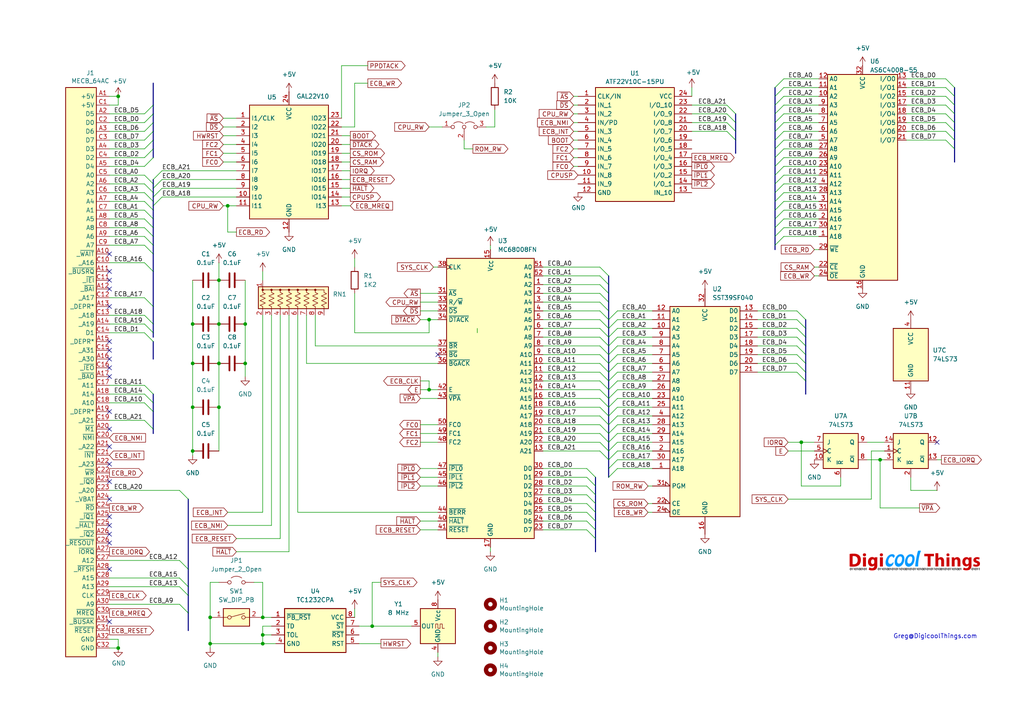
<source format=kicad_sch>
(kicad_sch (version 20250114) (generator "eeschema") (generator_version "9.0")
  (paper "A4")
  (title_block (title "Minimalist Europe Card Bus (MECB) 68008 Board") (date "2025-05") (rev "1.0") (company "DigicoolThings.com") (comment 1 "For Minimalist Europe Card Bus (MECB). ") (comment 2 "Note: CPUSP and ECB_MREQ need to be manually connected") (comment 3 "Possibly should cut-off original ECB_MREQ connection from pin 11 of U1") (comment 4 "Also connect A18-A21 to U1"))
  (text "Greg@DigicoolThings.com" (at 259.08 185.42 0) (effects (font (size 1.27 1.27)) (justify left bottom)))
  (junction (at 55.88 130.81))
  (junction (at 71.12 105.41))
  (junction (at 63.5 105.41))
  (junction (at 66.04 59.69))
  (junction (at 60.96 179.07))
  (junction (at 63.5 93.98))
  (junction (at 124.46 92.71))
  (junction (at 34.29 187.96))
  (junction (at 76.2 186.69))
  (junction (at 71.12 93.98))
  (junction (at 255.27 133.35))
  (junction (at 76.2 179.07))
  (junction (at 107.95 181.61))
  (junction (at 55.88 105.41))
  (junction (at 232.41 128.27))
  (junction (at 63.5 118.11))
  (junction (at 55.88 93.98))
  (junction (at 60.96 186.69))
  (junction (at 124.46 113.03))
  (junction (at 55.88 118.11))
  (junction (at 63.5 81.28))
  (junction (at 76.2 184.15))
  (junction (at 34.29 27.94))
  (no_connect (at 31.75 78.74))
  (no_connect (at 31.75 88.9))
  (no_connect (at 31.75 165.1))
  (no_connect (at 31.75 180.34))
  (no_connect (at 31.75 73.66))
  (no_connect (at 31.75 139.7))
  (no_connect (at 31.75 124.46))
  (no_connect (at 31.75 83.82))
  (no_connect (at 31.75 134.62))
  (no_connect (at 31.75 152.4))
  (no_connect (at 31.75 109.22))
  (no_connect (at 31.75 101.6))
  (no_connect (at 271.78 128.27))
  (no_connect (at 127 102.87))
  (no_connect (at 31.75 154.94))
  (no_connect (at 31.75 149.86))
  (no_connect (at 31.75 104.14))
  (no_connect (at 31.75 157.48))
  (no_connect (at 31.75 129.54))
  (no_connect (at 31.75 106.68))
  (no_connect (at 31.75 119.38))
  (no_connect (at 31.75 144.78))
  (no_connect (at 31.75 99.06))
  (no_connect (at 31.75 81.28))
  (bus_entry (at 44.45 53.34) (size -2.54 -2.54))
  (bus_entry (at 41.91 121.92) (size 2.54 2.54))
  (bus_entry (at 231.14 95.25) (size 2.54 2.54))
  (bus_entry (at 173.99 120.65) (size 2.54 2.54))
  (bus_entry (at 231.14 100.33) (size 2.54 2.54))
  (bus_entry (at 173.99 107.95) (size 2.54 2.54))
  (bus_entry (at 173.99 100.33) (size 2.54 2.54))
  (bus_entry (at 52.07 175.26) (size 2.54 2.54))
  (bus_entry (at 173.99 82.55) (size 2.54 2.54))
  (bus_entry (at 52.07 170.18) (size 2.54 2.54))
  (bus_entry (at 179.07 92.71) (size -2.54 2.54))
  (bus_entry (at 173.99 80.01) (size 2.54 2.54))
  (bus_entry (at 41.91 76.2) (size 2.54 2.54))
  (bus_entry (at 231.14 92.71) (size 2.54 2.54))
  (bus_entry (at 52.07 162.56) (size 2.54 2.54))
  (bus_entry (at 179.07 105.41) (size -2.54 2.54))
  (bus_entry (at 179.07 123.19) (size -2.54 2.54))
  (bus_entry (at 274.32 33.02) (size 2.54 2.54))
  (bus_entry (at 274.32 25.4) (size 2.54 2.54))
  (bus_entry (at 41.91 43.18) (size 2.54 -2.54))
  (bus_entry (at 179.07 100.33) (size -2.54 2.54))
  (bus_entry (at 231.14 107.95) (size 2.54 2.54))
  (bus_entry (at 41.91 38.1) (size 2.54 -2.54))
  (bus_entry (at 41.91 91.44) (size 2.54 2.54))
  (bus_entry (at 173.99 128.27) (size 2.54 2.54))
  (bus_entry (at 179.07 135.89) (size -2.54 2.54))
  (bus_entry (at 44.45 54.61) (size 2.54 -2.54))
  (bus_entry (at 173.99 123.19) (size 2.54 2.54))
  (bus_entry (at 227.33 66.04) (size -2.54 2.54))
  (bus_entry (at 170.18 138.43) (size 2.54 2.54))
  (bus_entry (at 173.99 113.03) (size 2.54 2.54))
  (bus_entry (at 44.45 55.88) (size -2.54 -2.54))
  (bus_entry (at 274.32 40.64) (size 2.54 2.54))
  (bus_entry (at 170.18 143.51) (size 2.54 2.54))
  (bus_entry (at 231.14 97.79) (size 2.54 2.54))
  (bus_entry (at 44.45 63.5) (size -2.54 -2.54))
  (bus_entry (at 227.33 50.8) (size -2.54 2.54))
  (bus_entry (at 173.99 92.71) (size 2.54 2.54))
  (bus_entry (at 227.33 30.48) (size -2.54 2.54))
  (bus_entry (at 227.33 40.64) (size -2.54 2.54))
  (bus_entry (at 173.99 110.49) (size 2.54 2.54))
  (bus_entry (at 173.99 90.17) (size 2.54 2.54))
  (bus_entry (at 173.99 102.87) (size 2.54 2.54))
  (bus_entry (at 179.07 133.35) (size -2.54 2.54))
  (bus_entry (at 179.07 90.17) (size -2.54 2.54))
  (bus_entry (at 179.07 118.11) (size -2.54 2.54))
  (bus_entry (at 231.14 105.41) (size 2.54 2.54))
  (bus_entry (at 41.91 86.36) (size 2.54 2.54))
  (bus_entry (at 173.99 85.09) (size 2.54 2.54))
  (bus_entry (at 213.36 38.1) (size -2.54 -2.54))
  (bus_entry (at 227.33 25.4) (size -2.54 2.54))
  (bus_entry (at 41.91 93.98) (size 2.54 2.54))
  (bus_entry (at 227.33 60.96) (size -2.54 2.54))
  (bus_entry (at 179.07 128.27) (size -2.54 2.54))
  (bus_entry (at 52.07 167.64) (size 2.54 2.54))
  (bus_entry (at 227.33 58.42) (size -2.54 2.54))
  (bus_entry (at 274.32 35.56) (size 2.54 2.54))
  (bus_entry (at 44.45 68.58) (size -2.54 -2.54))
  (bus_entry (at 227.33 27.94) (size -2.54 2.54))
  (bus_entry (at 274.32 27.94) (size 2.54 2.54))
  (bus_entry (at 213.36 33.02) (size -2.54 -2.54))
  (bus_entry (at 41.91 48.26) (size 2.54 -2.54))
  (bus_entry (at 173.99 125.73) (size 2.54 2.54))
  (bus_entry (at 227.33 63.5) (size -2.54 2.54))
  (bus_entry (at 173.99 105.41) (size 2.54 2.54))
  (bus_entry (at 44.45 52.07) (size 2.54 -2.54))
  (bus_entry (at 41.91 33.02) (size 2.54 -2.54))
  (bus_entry (at 41.91 116.84) (size 2.54 2.54))
  (bus_entry (at 173.99 118.11) (size 2.54 2.54))
  (bus_entry (at 227.33 45.72) (size -2.54 2.54))
  (bus_entry (at 227.33 35.56) (size -2.54 2.54))
  (bus_entry (at 231.14 102.87) (size 2.54 2.54))
  (bus_entry (at 173.99 77.47) (size 2.54 2.54))
  (bus_entry (at 227.33 55.88) (size -2.54 2.54))
  (bus_entry (at 227.33 48.26) (size -2.54 2.54))
  (bus_entry (at 170.18 140.97) (size 2.54 2.54))
  (bus_entry (at 227.33 68.58) (size -2.54 2.54))
  (bus_entry (at 41.91 111.76) (size 2.54 2.54))
  (bus_entry (at 179.07 125.73) (size -2.54 2.54))
  (bus_entry (at 179.07 102.87) (size -2.54 2.54))
  (bus_entry (at 213.36 35.56) (size -2.54 -2.54))
  (bus_entry (at 170.18 135.89) (size 2.54 2.54))
  (bus_entry (at 274.32 22.86) (size 2.54 2.54))
  (bus_entry (at 41.91 96.52) (size 2.54 2.54))
  (bus_entry (at 231.14 90.17) (size 2.54 2.54))
  (bus_entry (at 179.07 113.03) (size -2.54 2.54))
  (bus_entry (at 44.45 73.66) (size -2.54 -2.54))
  (bus_entry (at 173.99 130.81) (size 2.54 2.54))
  (bus_entry (at 179.07 107.95) (size -2.54 2.54))
  (bus_entry (at 41.91 45.72) (size 2.54 -2.54))
  (bus_entry (at 227.33 22.86) (size -2.54 2.54))
  (bus_entry (at 274.32 30.48) (size 2.54 2.54))
  (bus_entry (at 170.18 151.13) (size 2.54 2.54))
  (bus_entry (at 227.33 53.34) (size -2.54 2.54))
  (bus_entry (at 44.45 66.04) (size -2.54 -2.54))
  (bus_entry (at 44.45 59.69) (size 2.54 -2.54))
  (bus_entry (at 170.18 148.59) (size 2.54 2.54))
  (bus_entry (at 170.18 146.05) (size 2.54 2.54))
  (bus_entry (at 170.18 153.67) (size 2.54 2.54))
  (bus_entry (at 274.32 38.1) (size 2.54 2.54))
  (bus_entry (at 173.99 97.79) (size 2.54 2.54))
  (bus_entry (at 173.99 95.25) (size 2.54 2.54))
  (bus_entry (at 213.36 40.64) (size -2.54 -2.54))
  (bus_entry (at 179.07 130.81) (size -2.54 2.54))
  (bus_entry (at 44.45 57.15) (size 2.54 -2.54))
  (bus_entry (at 173.99 87.63) (size 2.54 2.54))
  (bus_entry (at 179.07 95.25) (size -2.54 2.54))
  (bus_entry (at 41.91 35.56) (size 2.54 -2.54))
  (bus_entry (at 227.33 33.02) (size -2.54 2.54))
  (bus_entry (at 52.07 142.24) (size 2.54 2.54))
  (bus_entry (at 227.33 38.1) (size -2.54 2.54))
  (bus_entry (at 41.91 114.3) (size 2.54 2.54))
  (bus_entry (at 44.45 71.12) (size -2.54 -2.54))
  (bus_entry (at 173.99 115.57) (size 2.54 2.54))
  (bus_entry (at 179.07 97.79) (size -2.54 2.54))
  (bus_entry (at 179.07 120.65) (size -2.54 2.54))
  (bus_entry (at 41.91 40.64) (size 2.54 -2.54))
  (bus_entry (at 227.33 43.18) (size -2.54 2.54))
  (bus_entry (at 44.45 58.42) (size -2.54 -2.54))
  (bus_entry (at 179.07 115.57) (size -2.54 2.54))
  (bus_entry (at 44.45 60.96) (size -2.54 -2.54))
  (bus_entry (at 179.07 110.49) (size -2.54 2.54))
  (bus (pts (xy 172.72 140.97) (xy 172.72 143.51)))
  (bus (pts (xy 176.53 115.57) (xy 176.53 118.11)))
  (wire (pts (xy 55.88 93.98) (xy 55.88 105.41)))
  (wire (pts (xy 264.16 138.43) (xy 264.16 142.24)))
  (wire (pts (xy 157.48 77.47) (xy 173.99 77.47)))
  (wire (pts (xy 189.23 118.11) (xy 179.07 118.11)))
  (wire (pts (xy 166.37 43.18) (xy 167.64 43.18)))
  (wire (pts (xy 121.92 123.19) (xy 127 123.19)))
  (wire (pts (xy 31.75 40.64) (xy 41.91 40.64)))
  (wire (pts (xy 227.33 60.96) (xy 237.49 60.96)))
  (wire (pts (xy 189.23 102.87) (xy 179.07 102.87)))
  (wire (pts (xy 189.23 95.25) (xy 179.07 95.25)))
  (wire (pts (xy 166.37 30.48) (xy 167.64 30.48)))
  (wire (pts (xy 124.46 110.49) (xy 124.46 113.03)))
  (wire (pts (xy 237.49 33.02) (xy 227.33 33.02)))
  (wire (pts (xy 179.07 120.65) (xy 189.23 120.65)))
  (wire (pts (xy 157.48 90.17) (xy 173.99 90.17)))
  (wire (pts (xy 187.96 148.59) (xy 189.23 148.59)))
  (bus (pts (xy 44.45 53.34) (xy 44.45 54.61)))
  (bus (pts (xy 44.45 24.13) (xy 44.45 30.48)))
  (wire (pts (xy 31.75 63.5) (xy 41.91 63.5)))
  (wire (pts (xy 68.58 156.21) (xy 81.28 156.21)))
  (wire (pts (xy 262.89 30.48) (xy 274.32 30.48)))
  (bus (pts (xy 176.53 133.35) (xy 176.53 135.89)))
  (wire (pts (xy 200.66 38.1) (xy 210.82 38.1)))
  (wire (pts (xy 66.04 148.59) (xy 76.2 148.59)))
  (bus (pts (xy 224.79 30.48) (xy 224.79 33.02)))
  (wire (pts (xy 157.48 130.81) (xy 173.99 130.81)))
  (wire (pts (xy 121.92 115.57) (xy 127 115.57)))
  (bus (pts (xy 54.61 170.18) (xy 54.61 172.72)))
  (bus (pts (xy 172.72 151.13) (xy 172.72 153.67)))
  (wire (pts (xy 187.96 146.05) (xy 189.23 146.05)))
  (wire (pts (xy 46.99 49.53) (xy 68.58 49.53)))
  (wire (pts (xy 121.92 140.97) (xy 127 140.97)))
  (bus (pts (xy 172.72 153.67) (xy 172.72 156.21)))
  (wire (pts (xy 124.46 92.71) (xy 127 92.71)))
  (wire (pts (xy 31.75 71.12) (xy 41.91 71.12)))
  (bus (pts (xy 213.36 40.64) (xy 213.36 44.45)))
  (bus (pts (xy 224.79 53.34) (xy 224.79 55.88)))
  (wire (pts (xy 102.87 24.13) (xy 102.87 36.83)))
  (wire (pts (xy 78.74 184.15) (xy 76.2 184.15)))
  (bus (pts (xy 213.36 35.56) (xy 213.36 38.1)))
  (wire (pts (xy 121.92 110.49) (xy 124.46 110.49)))
  (wire (pts (xy 31.75 185.42) (xy 34.29 185.42)))
  (bus (pts (xy 276.86 30.48) (xy 276.86 33.02)))
  (wire (pts (xy 179.07 107.95) (xy 189.23 107.95)))
  (wire (pts (xy 219.71 100.33) (xy 231.14 100.33)))
  (bus (pts (xy 276.86 25.4) (xy 276.86 27.94)))
  (wire (pts (xy 166.37 27.94) (xy 167.64 27.94)))
  (bus (pts (xy 233.68 95.25) (xy 233.68 97.79)))
  (bus (pts (xy 176.53 85.09) (xy 176.53 87.63)))
  (wire (pts (xy 157.48 107.95) (xy 173.99 107.95)))
  (wire (pts (xy 252.73 144.78) (xy 228.6 144.78)))
  (wire (pts (xy 31.75 116.84) (xy 41.91 116.84)))
  (bus (pts (xy 224.79 27.94) (xy 224.79 30.48)))
  (wire (pts (xy 31.75 53.34) (xy 41.91 53.34)))
  (wire (pts (xy 262.89 25.4) (xy 274.32 25.4)))
  (wire (pts (xy 157.48 95.25) (xy 173.99 95.25)))
  (bus (pts (xy 224.79 71.12) (xy 224.79 72.39)))
  (wire (pts (xy 243.84 140.97) (xy 243.84 138.43)))
  (wire (pts (xy 31.75 45.72) (xy 41.91 45.72)))
  (bus (pts (xy 54.61 144.78) (xy 54.61 165.1)))
  (wire (pts (xy 219.71 97.79) (xy 231.14 97.79)))
  (bus (pts (xy 176.53 118.11) (xy 176.53 120.65)))
  (wire (pts (xy 104.14 186.69) (xy 110.49 186.69)))
  (wire (pts (xy 63.5 76.2) (xy 63.5 81.28)))
  (bus (pts (xy 224.79 66.04) (xy 224.79 68.58)))
  (wire (pts (xy 157.48 138.43) (xy 170.18 138.43)))
  (wire (pts (xy 99.06 44.45) (xy 101.6 44.45)))
  (wire (pts (xy 99.06 34.29) (xy 99.06 19.05)))
  (wire (pts (xy 262.89 33.02) (xy 274.32 33.02)))
  (bus (pts (xy 224.79 63.5) (xy 224.79 66.04)))
  (wire (pts (xy 31.75 38.1) (xy 41.91 38.1)))
  (wire (pts (xy 252.73 130.81) (xy 252.73 144.78)))
  (wire (pts (xy 125.73 77.47) (xy 127 77.47)))
  (wire (pts (xy 157.48 148.59) (xy 170.18 148.59)))
  (wire (pts (xy 31.75 162.56) (xy 52.07 162.56)))
  (bus (pts (xy 176.53 80.01) (xy 176.53 82.55)))
  (bus (pts (xy 172.72 156.21) (xy 172.72 160.02)))
  (wire (pts (xy 31.75 48.26) (xy 41.91 48.26)))
  (wire (pts (xy 76.2 78.74) (xy 76.2 81.28)))
  (wire (pts (xy 99.06 46.99) (xy 101.6 46.99)))
  (wire (pts (xy 31.75 50.8) (xy 41.91 50.8)))
  (bus (pts (xy 44.45 99.06) (xy 44.45 104.14)))
  (wire (pts (xy 121.92 125.73) (xy 127 125.73)))
  (wire (pts (xy 31.75 76.2) (xy 41.91 76.2)))
  (wire (pts (xy 68.58 160.02) (xy 83.82 160.02)))
  (wire (pts (xy 99.06 57.15) (xy 101.6 57.15)))
  (wire (pts (xy 134.62 43.18) (xy 137.16 43.18)))
  (wire (pts (xy 71.12 105.41) (xy 71.12 109.22)))
  (wire (pts (xy 66.04 67.31) (xy 66.04 59.69)))
  (bus (pts (xy 172.72 138.43) (xy 172.72 140.97)))
  (bus (pts (xy 44.45 43.18) (xy 44.45 45.72)))
  (wire (pts (xy 31.75 93.98) (xy 41.91 93.98)))
  (bus (pts (xy 224.79 35.56) (xy 224.79 38.1)))
  (bus (pts (xy 213.36 38.1) (xy 213.36 40.64)))
  (wire (pts (xy 110.49 168.91) (xy 107.95 168.91)))
  (wire (pts (xy 86.36 148.59) (xy 127 148.59)))
  (wire (pts (xy 157.48 80.01) (xy 173.99 80.01)))
  (wire (pts (xy 31.75 33.02) (xy 41.91 33.02)))
  (wire (pts (xy 31.75 43.18) (xy 41.91 43.18)))
  (wire (pts (xy 157.48 97.79) (xy 173.99 97.79)))
  (wire (pts (xy 237.49 58.42) (xy 227.33 58.42)))
  (wire (pts (xy 31.75 60.96) (xy 41.91 60.96)))
  (wire (pts (xy 31.75 58.42) (xy 41.91 58.42)))
  (wire (pts (xy 64.77 59.69) (xy 66.04 59.69)))
  (bus (pts (xy 54.61 172.72) (xy 54.61 177.8)))
  (wire (pts (xy 121.92 113.03) (xy 124.46 113.03)))
  (wire (pts (xy 236.22 77.47) (xy 237.49 77.47)))
  (wire (pts (xy 102.87 24.13) (xy 106.68 24.13)))
  (wire (pts (xy 76.2 186.69) (xy 80.01 186.69)))
  (wire (pts (xy 179.07 115.57) (xy 189.23 115.57)))
  (wire (pts (xy 31.75 167.64) (xy 52.07 167.64)))
  (bus (pts (xy 44.45 78.74) (xy 44.45 88.9)))
  (wire (pts (xy 157.48 118.11) (xy 173.99 118.11)))
  (bus (pts (xy 224.79 50.8) (xy 224.79 53.34)))
  (wire (pts (xy 63.5 118.11) (xy 63.5 130.81)))
  (bus (pts (xy 44.45 63.5) (xy 44.45 66.04)))
  (wire (pts (xy 73.66 168.91) (xy 76.2 168.91)))
  (bus (pts (xy 172.72 146.05) (xy 172.72 148.59)))
  (wire (pts (xy 200.66 25.4) (xy 200.66 27.94)))
  (wire (pts (xy 142.24 158.75) (xy 142.24 160.02)))
  (bus (pts (xy 44.45 52.07) (xy 44.45 53.34)))
  (wire (pts (xy 31.75 86.36) (xy 41.91 86.36)))
  (wire (pts (xy 228.6 130.81) (xy 236.22 130.81)))
  (bus (pts (xy 276.86 27.94) (xy 276.86 30.48)))
  (bus (pts (xy 172.72 148.59) (xy 172.72 151.13)))
  (bus (pts (xy 176.53 135.89) (xy 176.53 138.43)))
  (wire (pts (xy 157.48 125.73) (xy 173.99 125.73)))
  (bus (pts (xy 44.45 68.58) (xy 44.45 71.12)))
  (wire (pts (xy 31.75 91.44) (xy 41.91 91.44)))
  (wire (pts (xy 46.99 57.15) (xy 68.58 57.15)))
  (wire (pts (xy 81.28 156.21) (xy 81.28 91.44)))
  (wire (pts (xy 76.2 184.15) (xy 76.2 186.69)))
  (wire (pts (xy 31.75 55.88) (xy 41.91 55.88)))
  (wire (pts (xy 140.97 36.83) (xy 143.51 36.83)))
  (wire (pts (xy 31.75 111.76) (xy 41.91 111.76)))
  (wire (pts (xy 102.87 74.93) (xy 102.87 77.47)))
  (wire (pts (xy 236.22 80.01) (xy 237.49 80.01)))
  (wire (pts (xy 157.48 146.05) (xy 170.18 146.05)))
  (bus (pts (xy 224.79 38.1) (xy 224.79 40.64)))
  (wire (pts (xy 189.23 92.71) (xy 179.07 92.71)))
  (wire (pts (xy 256.54 130.81) (xy 252.73 130.81)))
  (bus (pts (xy 176.53 95.25) (xy 176.53 97.79)))
  (wire (pts (xy 76.2 168.91) (xy 76.2 179.07)))
  (bus (pts (xy 276.86 35.56) (xy 276.86 38.1)))
  (bus (pts (xy 44.45 57.15) (xy 44.45 55.88)))
  (bus (pts (xy 276.86 33.02) (xy 276.86 35.56)))
  (wire (pts (xy 31.75 114.3) (xy 41.91 114.3)))
  (wire (pts (xy 71.12 93.98) (xy 71.12 105.41)))
  (bus (pts (xy 176.53 107.95) (xy 176.53 110.49)))
  (wire (pts (xy 127 189.23) (xy 127 190.5)))
  (wire (pts (xy 134.62 40.64) (xy 134.62 43.18)))
  (wire (pts (xy 91.44 100.33) (xy 91.44 91.44)))
  (wire (pts (xy 121.92 87.63) (xy 127 87.63)))
  (wire (pts (xy 88.9 105.41) (xy 88.9 91.44)))
  (wire (pts (xy 227.33 43.18) (xy 237.49 43.18)))
  (wire (pts (xy 31.75 68.58) (xy 41.91 68.58)))
  (wire (pts (xy 219.71 105.41) (xy 231.14 105.41)))
  (wire (pts (xy 157.48 143.51) (xy 170.18 143.51)))
  (wire (pts (xy 157.48 151.13) (xy 170.18 151.13)))
  (wire (pts (xy 99.06 54.61) (xy 101.6 54.61)))
  (wire (pts (xy 157.48 113.03) (xy 173.99 113.03)))
  (wire (pts (xy 83.82 160.02) (xy 83.82 91.44)))
  (bus (pts (xy 276.86 40.64) (xy 276.86 43.18)))
  (wire (pts (xy 64.77 41.91) (xy 68.58 41.91)))
  (bus (pts (xy 176.53 128.27) (xy 176.53 130.81)))
  (wire (pts (xy 179.07 110.49) (xy 189.23 110.49)))
  (wire (pts (xy 102.87 85.09) (xy 102.87 96.52)))
  (wire (pts (xy 179.07 90.17) (xy 189.23 90.17)))
  (bus (pts (xy 233.68 102.87) (xy 233.68 105.41)))
  (wire (pts (xy 236.22 72.39) (xy 237.49 72.39)))
  (bus (pts (xy 44.45 71.12) (xy 44.45 73.66)))
  (bus (pts (xy 44.45 96.52) (xy 44.45 97.79)))
  (wire (pts (xy 179.07 113.03) (xy 189.23 113.03)))
  (bus (pts (xy 176.53 120.65) (xy 176.53 123.19)))
  (wire (pts (xy 121.92 135.89) (xy 127 135.89)))
  (wire (pts (xy 179.07 128.27) (xy 189.23 128.27)))
  (wire (pts (xy 200.66 33.02) (xy 210.82 33.02)))
  (wire (pts (xy 46.99 52.07) (xy 68.58 52.07)))
  (wire (pts (xy 219.71 95.25) (xy 231.14 95.25)))
  (wire (pts (xy 60.96 186.69) (xy 60.96 187.96)))
  (bus (pts (xy 233.68 100.33) (xy 233.68 102.87)))
  (wire (pts (xy 232.41 128.27) (xy 236.22 128.27)))
  (bus (pts (xy 44.45 116.84) (xy 44.45 119.38)))
  (wire (pts (xy 121.92 128.27) (xy 127 128.27)))
  (wire (pts (xy 121.92 151.13) (xy 127 151.13)))
  (wire (pts (xy 102.87 176.53) (xy 102.87 179.07)))
  (wire (pts (xy 31.75 35.56) (xy 41.91 35.56)))
  (wire (pts (xy 166.37 38.1) (xy 167.64 38.1)))
  (bus (pts (xy 224.79 48.26) (xy 224.79 50.8)))
  (wire (pts (xy 46.99 54.61) (xy 68.58 54.61)))
  (wire (pts (xy 219.71 107.95) (xy 231.14 107.95)))
  (bus (pts (xy 54.61 165.1) (xy 54.61 170.18)))
  (bus (pts (xy 176.53 97.79) (xy 176.53 100.33)))
  (wire (pts (xy 179.07 133.35) (xy 189.23 133.35)))
  (wire (pts (xy 227.33 45.72) (xy 237.49 45.72)))
  (wire (pts (xy 266.7 147.32) (xy 255.27 147.32)))
  (wire (pts (xy 189.23 125.73) (xy 179.07 125.73)))
  (wire (pts (xy 237.49 30.48) (xy 227.33 30.48)))
  (wire (pts (xy 157.48 110.49) (xy 173.99 110.49)))
  (wire (pts (xy 55.88 105.41) (xy 55.88 118.11)))
  (wire (pts (xy 76.2 181.61) (xy 76.2 184.15)))
  (bus (pts (xy 176.53 113.03) (xy 176.53 115.57)))
  (bus (pts (xy 224.79 68.58) (xy 224.79 71.12)))
  (wire (pts (xy 55.88 118.11) (xy 55.88 130.81)))
  (wire (pts (xy 157.48 120.65) (xy 173.99 120.65)))
  (bus (pts (xy 176.53 125.73) (xy 176.53 128.27)))
  (bus (pts (xy 224.79 58.42) (xy 224.79 60.96)))
  (wire (pts (xy 219.71 90.17) (xy 231.14 90.17)))
  (wire (pts (xy 271.78 133.35) (xy 273.05 133.35)))
  (wire (pts (xy 219.71 102.87) (xy 231.14 102.87)))
  (bus (pts (xy 224.79 60.96) (xy 224.79 63.5)))
  (wire (pts (xy 31.75 96.52) (xy 41.91 96.52)))
  (bus (pts (xy 54.61 177.8) (xy 54.61 182.88)))
  (bus (pts (xy 276.86 43.18) (xy 276.86 46.99)))
  (wire (pts (xy 200.66 30.48) (xy 210.82 30.48)))
  (wire (pts (xy 76.2 179.07) (xy 78.74 179.07)))
  (wire (pts (xy 107.95 181.61) (xy 119.38 181.61)))
  (bus (pts (xy 44.45 38.1) (xy 44.45 40.64)))
  (bus (pts (xy 44.45 40.64) (xy 44.45 43.18)))
  (wire (pts (xy 237.49 27.94) (xy 227.33 27.94)))
  (bus (pts (xy 233.68 105.41) (xy 233.68 107.95)))
  (wire (pts (xy 107.95 168.91) (xy 107.95 181.61)))
  (wire (pts (xy 237.49 35.56) (xy 227.33 35.56)))
  (wire (pts (xy 121.92 153.67) (xy 127 153.67)))
  (wire (pts (xy 237.49 63.5) (xy 227.33 63.5)))
  (wire (pts (xy 99.06 59.69) (xy 101.6 59.69)))
  (bus (pts (xy 44.45 68.58) (xy 44.45 66.04)))
  (bus (pts (xy 224.79 33.02) (xy 224.79 35.56)))
  (wire (pts (xy 99.06 52.07) (xy 101.6 52.07)))
  (wire (pts (xy 251.46 133.35) (xy 255.27 133.35)))
  (wire (pts (xy 121.92 92.71) (xy 124.46 92.71)))
  (wire (pts (xy 64.77 46.99) (xy 68.58 46.99)))
  (bus (pts (xy 44.45 124.46) (xy 44.45 125.73)))
  (wire (pts (xy 157.48 128.27) (xy 173.99 128.27)))
  (wire (pts (xy 60.96 186.69) (xy 76.2 186.69)))
  (bus (pts (xy 176.53 100.33) (xy 176.53 102.87)))
  (wire (pts (xy 34.29 30.48) (xy 34.29 27.94)))
  (wire (pts (xy 157.48 82.55) (xy 173.99 82.55)))
  (bus (pts (xy 224.79 55.88) (xy 224.79 58.42)))
  (wire (pts (xy 262.89 27.94) (xy 274.32 27.94)))
  (wire (pts (xy 99.06 19.05) (xy 106.68 19.05)))
  (wire (pts (xy 237.49 25.4) (xy 227.33 25.4)))
  (wire (pts (xy 31.75 30.48) (xy 34.29 30.48)))
  (bus (pts (xy 176.53 102.87) (xy 176.53 105.41)))
  (wire (pts (xy 99.06 39.37) (xy 101.6 39.37)))
  (wire (pts (xy 227.33 66.04) (xy 237.49 66.04)))
  (bus (pts (xy 176.53 82.55) (xy 176.53 85.09)))
  (wire (pts (xy 31.75 170.18) (xy 52.07 170.18)))
  (wire (pts (xy 227.33 68.58) (xy 237.49 68.58)))
  (wire (pts (xy 232.41 140.97) (xy 232.41 128.27)))
  (bus (pts (xy 176.53 105.41) (xy 176.53 107.95)))
  (wire (pts (xy 121.92 85.09) (xy 127 85.09)))
  (wire (pts (xy 166.37 33.02) (xy 167.64 33.02)))
  (wire (pts (xy 227.33 22.86) (xy 237.49 22.86)))
  (wire (pts (xy 64.77 39.37) (xy 68.58 39.37)))
  (wire (pts (xy 99.06 49.53) (xy 101.6 49.53)))
  (wire (pts (xy 189.23 130.81) (xy 179.07 130.81)))
  (wire (pts (xy 157.48 153.67) (xy 170.18 153.67)))
  (wire (pts (xy 142.24 71.12) (xy 142.24 72.39)))
  (bus (pts (xy 176.53 123.19) (xy 176.53 125.73)))
  (bus (pts (xy 44.45 119.38) (xy 44.45 124.46)))
  (wire (pts (xy 227.33 48.26) (xy 237.49 48.26)))
  (wire (pts (xy 157.48 100.33) (xy 173.99 100.33)))
  (wire (pts (xy 99.06 36.83) (xy 102.87 36.83)))
  (wire (pts (xy 34.29 185.42) (xy 34.29 187.96)))
  (wire (pts (xy 63.5 93.98) (xy 63.5 105.41)))
  (wire (pts (xy 66.04 152.4) (xy 78.74 152.4)))
  (wire (pts (xy 227.33 40.64) (xy 237.49 40.64)))
  (wire (pts (xy 63.5 105.41) (xy 63.5 118.11)))
  (wire (pts (xy 251.46 128.27) (xy 256.54 128.27)))
  (bus (pts (xy 213.36 33.02) (xy 213.36 35.56)))
  (wire (pts (xy 86.36 91.44) (xy 86.36 148.59)))
  (wire (pts (xy 64.77 36.83) (xy 68.58 36.83)))
  (wire (pts (xy 68.58 67.31) (xy 66.04 67.31)))
  (wire (pts (xy 157.48 105.41) (xy 173.99 105.41)))
  (wire (pts (xy 157.48 92.71) (xy 173.99 92.71)))
  (bus (pts (xy 276.86 38.1) (xy 276.86 40.64)))
  (wire (pts (xy 262.89 38.1) (xy 274.32 38.1)))
  (bus (pts (xy 176.53 110.49) (xy 176.53 113.03)))
  (wire (pts (xy 166.37 40.64) (xy 167.64 40.64)))
  (wire (pts (xy 227.33 55.88) (xy 237.49 55.88)))
  (wire (pts (xy 63.5 81.28) (xy 63.5 93.98)))
  (bus (pts (xy 233.68 97.79) (xy 233.68 100.33)))
  (wire (pts (xy 64.77 44.45) (xy 68.58 44.45)))
  (wire (pts (xy 104.14 181.61) (xy 107.95 181.61)))
  (wire (pts (xy 91.44 100.33) (xy 127 100.33)))
  (wire (pts (xy 143.51 31.75) (xy 143.51 36.83)))
  (wire (pts (xy 31.75 187.96) (xy 34.29 187.96)))
  (bus (pts (xy 44.45 73.66) (xy 44.45 78.74)))
  (wire (pts (xy 179.07 123.19) (xy 189.23 123.19)))
  (bus (pts (xy 233.68 92.71) (xy 233.68 95.25)))
  (wire (pts (xy 189.23 97.79) (xy 179.07 97.79)))
  (wire (pts (xy 121.92 138.43) (xy 127 138.43)))
  (bus (pts (xy 44.45 33.02) (xy 44.45 35.56)))
  (bus (pts (xy 176.53 87.63) (xy 176.53 90.17)))
  (wire (pts (xy 189.23 105.41) (xy 179.07 105.41)))
  (wire (pts (xy 138.43 96.52) (xy 138.43 95.25)))
  (bus (pts (xy 176.53 90.17) (xy 176.53 92.71)))
  (bus (pts (xy 44.45 59.69) (xy 44.45 58.42)))
  (bus (pts (xy 233.68 110.49) (xy 233.68 114.3)))
  (wire (pts (xy 124.46 113.03) (xy 127 113.03)))
  (wire (pts (xy 227.33 53.34) (xy 237.49 53.34)))
  (wire (pts (xy 262.89 35.56) (xy 274.32 35.56)))
  (wire (pts (xy 124.46 36.83) (xy 128.27 36.83)))
  (wire (pts (xy 88.9 105.41) (xy 127 105.41)))
  (wire (pts (xy 262.89 22.86) (xy 274.32 22.86)))
  (bus (pts (xy 176.53 130.81) (xy 176.53 133.35)))
  (wire (pts (xy 237.49 38.1) (xy 227.33 38.1)))
  (wire (pts (xy 157.48 102.87) (xy 173.99 102.87)))
  (wire (pts (xy 60.96 179.07) (xy 60.96 186.69)))
  (wire (pts (xy 64.77 34.29) (xy 68.58 34.29)))
  (wire (pts (xy 78.74 152.4) (xy 78.74 91.44)))
  (wire (pts (xy 189.23 100.33) (xy 179.07 100.33)))
  (wire (pts (xy 78.74 181.61) (xy 76.2 181.61)))
  (bus (pts (xy 172.72 143.51) (xy 172.72 146.05)))
  (wire (pts (xy 66.04 59.69) (xy 68.58 59.69)))
  (wire (pts (xy 157.48 115.57) (xy 173.99 115.57)))
  (wire (pts (xy 166.37 48.26) (xy 167.64 48.26)))
  (bus (pts (xy 44.45 58.42) (xy 44.45 57.15)))
  (wire (pts (xy 63.5 168.91) (xy 60.96 168.91)))
  (wire (pts (xy 99.06 41.91) (xy 101.6 41.91)))
  (wire (pts (xy 187.96 140.97) (xy 189.23 140.97)))
  (bus (pts (xy 44.45 114.3) (xy 44.45 116.84)))
  (wire (pts (xy 264.16 142.24) (xy 271.78 142.24)))
  (wire (pts (xy 157.48 87.63) (xy 173.99 87.63)))
  (wire (pts (xy 219.71 92.71) (xy 231.14 92.71)))
  (wire (pts (xy 31.75 142.24) (xy 52.07 142.24)))
  (bus (pts (xy 44.45 88.9) (xy 44.45 93.98)))
  (bus (pts (xy 176.53 92.71) (xy 176.53 95.25)))
  (bus (pts (xy 224.79 40.64) (xy 224.79 43.18)))
  (bus (pts (xy 233.68 107.95) (xy 233.68 110.49)))
  (wire (pts (xy 255.27 133.35) (xy 256.54 133.35)))
  (wire (pts (xy 243.84 140.97) (xy 232.41 140.97)))
  (wire (pts (xy 255.27 147.32) (xy 255.27 133.35)))
  (wire (pts (xy 31.75 121.92) (xy 41.91 121.92)))
  (wire (pts (xy 228.6 128.27) (xy 232.41 128.27)))
  (bus (pts (xy 44.45 54.61) (xy 44.45 55.88)))
  (wire (pts (xy 121.92 90.17) (xy 127 90.17)))
  (wire (pts (xy 157.48 123.19) (xy 173.99 123.19)))
  (bus (pts (xy 44.45 60.96) (xy 44.45 63.5)))
  (bus (pts (xy 44.45 35.56) (xy 44.45 38.1)))
  (wire (pts (xy 200.66 35.56) (xy 210.82 35.56)))
  (bus (pts (xy 44.45 93.98) (xy 44.45 96.52)))
  (wire (pts (xy 157.48 135.89) (xy 170.18 135.89)))
  (wire (pts (xy 102.87 96.52) (xy 124.46 96.52)))
  (bus (pts (xy 224.79 43.18) (xy 224.79 45.72)))
  (wire (pts (xy 55.88 81.28) (xy 55.88 93.98)))
  (wire (pts (xy 157.48 140.97) (xy 170.18 140.97)))
  (wire (pts (xy 166.37 45.72) (xy 167.64 45.72)))
  (wire (pts (xy 31.75 66.04) (xy 41.91 66.04)))
  (wire (pts (xy 71.12 81.28) (xy 71.12 93.98)))
  (wire (pts (xy 179.07 135.89) (xy 189.23 135.89)))
  (wire (pts (xy 237.49 50.8) (xy 227.33 50.8)))
  (wire (pts (xy 262.89 40.64) (xy 274.32 40.64)))
  (wire (pts (xy 166.37 35.56) (xy 167.64 35.56)))
  (wire (pts (xy 157.48 85.09) (xy 173.99 85.09)))
  (wire (pts (xy 60.96 168.91) (xy 60.96 179.07)))
  (wire (pts (xy 124.46 96.52) (xy 124.46 92.71)))
  (bus (pts (xy 44.45 60.96) (xy 44.45 59.69)))
  (wire (pts (xy 55.88 130.81) (xy 55.88 132.08)))
  (bus (pts (xy 224.79 25.4) (xy 224.79 27.94)))
  (wire (pts (xy 31.75 175.26) (xy 52.07 175.26)))
  (wire (pts (xy 31.75 27.94) (xy 34.29 27.94)))
  (wire (pts (xy 76.2 148.59) (xy 76.2 91.44)))
  (bus (pts (xy 224.79 45.72) (xy 224.79 48.26)))
  (bus (pts (xy 44.45 30.48) (xy 44.45 33.02)))
  (image (at 265.43 162.56) (scale 0.236667))
  (label "ECB_D0" (at 220.98 90.17 0))
  (label "ECB_A2" (at 180.34 95.25 0))
  (label "ECB_D3" (at 264.16 30.48 0))
  (label "ECB_A2" (at 228.6 27.94 0))
  (label "ECB_A1" (at 180.34 92.71 0))
  (label "ECB_A3" (at 158.75 85.09 0))
  (label "ECB_A15" (at 43.18 167.64 0))
  (label "ECB_A13" (at 158.75 110.49 0))
  (label "ECB_D0" (at 158.75 135.89 0))
  (label "ECB_D3" (at 158.75 143.51 0))
  (label "ECB_A21" (at 158.75 130.81 0))
  (label "ECB_A8" (at 158.75 97.79 0))
  (label "ECB_A17" (at 180.34 133.35 0))
  (label "ECB_A15" (at 158.75 115.57 0))
  (label "ECB_A19" (at 158.75 125.73 0))
  (label "ECB_A18" (at 33.02 91.44 0))
  (label "ECB_A16" (at 158.75 118.11 0))
  (label "ECB_A13" (at 180.34 123.19 0))
  (label "ECB_D6" (at 264.16 38.1 0))
  (label "ECB_A0" (at 158.75 77.47 0))
  (label "ECB_D3" (at 33.02 43.18 0))
  (label "ECB_D2" (at 264.16 27.94 0))
  (label "ECB_A12" (at 43.18 162.56 0))
  (label "ECB_A18" (at 210.82 38.1 180))
  (label "ECB_A17" (at 158.75 120.65 0))
  (label "ECB_A7" (at 180.34 107.95 0))
  (label "ECB_A9" (at 180.34 113.03 0))
  (label "ECB_A8" (at 228.6 43.18 0))
  (label "ECB_A12" (at 180.34 120.65 0))
  (label "ECB_A20" (at 46.99 52.07 0))
  (label "ECB_D4" (at 158.75 146.05 0))
  (label "ECB_D2" (at 220.98 95.25 0))
  (label "ECB_A21" (at 46.99 49.53 0))
  (label "ECB_A13" (at 228.6 55.88 0))
  (label "ECB_A9" (at 228.6 45.72 0))
  (label "ECB_A14" (at 228.6 58.42 0))
  (label "ECB_D0" (at 33.02 35.56 0))
  (label "ECB_A15" (at 180.34 128.27 0))
  (label "ECB_A0" (at 33.02 50.8 0))
  (label "ECB_A20" (at 210.82 33.02 180))
  (label "ECB_A10" (at 228.6 48.26 0))
  (label "ECB_D4" (at 220.98 100.33 0))
  (label "ECB_D7" (at 33.02 40.64 0))
  (label "ECB_A17" (at 33.02 86.36 0))
  (label "ECB_A20" (at 158.75 128.27 0))
  (label "ECB_D6" (at 33.02 38.1 0))
  (label "ECB_A4" (at 158.75 87.63 0))
  (label "ECB_A18" (at 180.34 135.89 0))
  (label "ECB_A8" (at 180.34 110.49 0))
  (label "ECB_A1" (at 228.6 25.4 0))
  (label "ECB_A6" (at 33.02 68.58 0))
  (label "ECB_D5" (at 33.02 33.02 0))
  (label "ECB_A18" (at 46.99 57.15 0))
  (label "ECB_A10" (at 158.75 102.87 0))
  (label "ECB_A11" (at 33.02 111.76 0))
  (label "ECB_A16" (at 180.34 130.81 0))
  (label "ECB_A7" (at 158.75 95.25 0))
  (label "ECB_A4" (at 33.02 58.42 0))
  (label "ECB_A19" (at 210.82 35.56 180))
  (label "ECB_A11" (at 180.34 118.11 0))
  (label "ECB_A10" (at 180.34 115.57 0))
  (label "ECB_A5" (at 158.75 90.17 0))
  (label "ECB_A14" (at 158.75 113.03 0))
  (label "ECB_D1" (at 264.16 25.4 0))
  (label "ECB_A6" (at 158.75 92.71 0))
  (label "ECB_A3" (at 33.02 55.88 0))
  (label "ECB_A2" (at 33.02 53.34 0))
  (label "ECB_A5" (at 180.34 102.87 0))
  (label "ECB_A10" (at 33.02 116.84 0))
  (label "ECB_A5" (at 228.6 35.56 0))
  (label "ECB_D1" (at 220.98 92.71 0))
  (label "ECB_A20" (at 33.02 142.24 0))
  (label "ECB_A5" (at 33.02 63.5 0))
  (label "ECB_A4" (at 180.34 100.33 0))
  (label "ECB_A11" (at 158.75 105.41 0))
  (label "ECB_A15" (at 228.6 60.96 0))
  (label "ECB_A2" (at 158.75 82.55 0))
  (label "ECB_A21" (at 210.82 30.48 180))
  (label "ECB_A16" (at 33.02 76.2 0))
  (label "ECB_D7" (at 220.98 107.95 0))
  (label "ECB_D1" (at 158.75 138.43 0))
  (label "ECB_A12" (at 158.75 107.95 0))
  (label "ECB_A7" (at 228.6 40.64 0))
  (label "ECB_D4" (at 33.02 48.26 0))
  (label "ECB_A18" (at 158.75 123.19 0))
  (label "ECB_D2" (at 158.75 140.97 0))
  (label "ECB_A8" (at 33.02 66.04 0))
  (label "ECB_A0" (at 180.34 90.17 0))
  (label "ECB_D3" (at 220.98 97.79 0))
  (label "ECB_A11" (at 228.6 50.8 0))
  (label "ECB_A3" (at 180.34 97.79 0))
  (label "ECB_D1" (at 33.02 96.52 0))
  (label "ECB_A12" (at 228.6 53.34 0))
  (label "ECB_A19" (at 46.99 54.61 0))
  (label "ECB_A16" (at 228.6 63.5 0))
  (label "ECB_A9" (at 43.18 175.26 0))
  (label "ECB_D5" (at 158.75 148.59 0))
  (label "ECB_A1" (at 158.75 80.01 0))
  (label "ECB_A13" (at 43.18 170.18 0))
  (label "ECB_A17" (at 228.6 66.04 0))
  (label "ECB_A0" (at 228.6 22.86 0))
  (label "ECB_D6" (at 158.75 151.13 0))
  (label "ECB_D7" (at 158.75 153.67 0))
  (label "ECB_A7" (at 33.02 71.12 0))
  (label "ECB_D2" (at 33.02 45.72 0))
  (label "ECB_A14" (at 180.34 125.73 0))
  (label "ECB_D5" (at 220.98 102.87 0))
  (label "ECB_D6" (at 220.98 105.41 0))
  (label "ECB_A19" (at 33.02 93.98 0))
  (label "ECB_A3" (at 228.6 30.48 0))
  (label "ECB_A6" (at 228.6 38.1 0))
  (label "ECB_D4" (at 264.16 33.02 0))
  (label "ECB_D5" (at 264.16 35.56 0))
  (label "ECB_A6" (at 180.34 105.41 0))
  (label "ECB_D0" (at 264.16 22.86 0))
  (label "ECB_A9" (at 158.75 100.33 0))
  (label "ECB_A14" (at 33.02 114.3 0))
  (label "ECB_A21" (at 33.02 121.92 0))
  (label "ECB_A18" (at 228.6 68.58 0))
  (label "ECB_D7" (at 264.16 40.64 0))
  (label "ECB_A1" (at 33.02 60.96 0))
  (label "ECB_A4" (at 228.6 33.02 0))
  (global_label "ECB_RESET" (shape output) (at 31.75 182.88 0) (property "Intersheetrefs" "${INTERSHEET_REFS}" (effects (hide yes))))
  (global_label "ECB_MREQ" (shape output) (at 31.75 177.8 0) (property "Intersheetrefs" "${INTERSHEET_REFS}" (effects (hide yes))))
  (global_label "~{IPL0}" (shape output) (at 200.66 48.26 0) (property "Intersheetrefs" "${INTERSHEET_REFS}" (effects (hide yes))))
  (global_label "HWRST" (shape input) (at 64.77 39.37 180) (property "Intersheetrefs" "${INTERSHEET_REFS}" (effects (hide yes))))
  (global_label "CS_RAM" (shape output) (at 101.6 46.99 0) (property "Intersheetrefs" "${INTERSHEET_REFS}" (effects (hide yes))))
  (global_label "ECB_CLK" (shape output) (at 31.75 172.72 0) (property "Intersheetrefs" "${INTERSHEET_REFS}" (effects (hide yes))))
  (global_label "IORQ" (shape output) (at 101.6 49.53 0) (property "Intersheetrefs" "${INTERSHEET_REFS}" (effects (hide yes))))
  (global_label "~{IPL1}" (shape output) (at 200.66 50.8 0) (property "Intersheetrefs" "${INTERSHEET_REFS}" (effects (hide yes))))
  (global_label "BOOT" (shape input) (at 166.37 40.64 180) (property "Intersheetrefs" "${INTERSHEET_REFS}" (effects (hide yes))))
  (global_label "~{AS}" (shape output) (at 121.92 85.09 180) (property "Intersheetrefs" "${INTERSHEET_REFS}" (effects (hide yes))))
  (global_label "~{HALT}" (shape output) (at 101.6 54.61 0) (property "Intersheetrefs" "${INTERSHEET_REFS}" (effects (hide yes))))
  (global_label "ECB_INT" (shape input) (at 31.75 132.08 0) (property "Intersheetrefs" "${INTERSHEET_REFS}" (effects (hide yes))))
  (global_label "FC2" (shape input) (at 64.77 41.91 180) (property "Intersheetrefs" "${INTERSHEET_REFS}" (effects (hide yes))))
  (global_label "ECB_MREQ" (shape output) (at 200.66 45.72 0) (property "Intersheetrefs" "${INTERSHEET_REFS}" (effects (hide yes))))
  (global_label "~{VPA}" (shape output) (at 266.7 147.32 0) (property "Intersheetrefs" "${INTERSHEET_REFS}" (effects (hide yes))))
  (global_label "FC1" (shape input) (at 64.77 44.45 180) (property "Intersheetrefs" "${INTERSHEET_REFS}" (effects (hide yes))))
  (global_label "ECB_RESET" (shape output) (at 101.6 52.07 0) (property "Intersheetrefs" "${INTERSHEET_REFS}" (effects (hide yes))))
  (global_label "~{IPL2}" (shape input) (at 121.92 140.97 180) (property "Intersheetrefs" "${INTERSHEET_REFS}" (effects (hide yes))))
  (global_label "PPDTACK" (shape output) (at 106.68 19.05 0) (property "Intersheetrefs" "${INTERSHEET_REFS}" (effects (hide yes))))
  (global_label "ECB_IORQ" (shape output) (at 31.75 160.02 0) (property "Intersheetrefs" "${INTERSHEET_REFS}" (effects (hide yes))))
  (global_label "FC1" (shape output) (at 121.92 125.73 180) (property "Intersheetrefs" "${INTERSHEET_REFS}" (effects (hide yes))))
  (global_label "~{IPL2}" (shape output) (at 200.66 53.34 0) (property "Intersheetrefs" "${INTERSHEET_REFS}" (effects (hide yes))))
  (global_label "ECB_INT" (shape input) (at 166.37 38.1 180) (property "Intersheetrefs" "${INTERSHEET_REFS}" (effects (hide yes))))
  (global_label "BOOT" (shape output) (at 101.6 39.37 0) (property "Intersheetrefs" "${INTERSHEET_REFS}" (effects (hide yes))))
  (global_label "~{DS}" (shape input) (at 64.77 36.83 180) (property "Intersheetrefs" "${INTERSHEET_REFS}" (effects (hide yes))))
  (global_label "CPU_RW" (shape input) (at 166.37 33.02 180) (property "Intersheetrefs" "${INTERSHEET_REFS}" (effects (hide yes))))
  (global_label "~{VPA}" (shape input) (at 121.92 115.57 180) (property "Intersheetrefs" "${INTERSHEET_REFS}" (effects (hide yes))))
  (global_label "SYS_CLK" (shape input) (at 125.73 77.47 180) (property "Intersheetrefs" "${INTERSHEET_REFS}" (effects (hide yes))))
  (global_label "ECB_RD" (shape input) (at 236.22 72.39 180) (property "Intersheetrefs" "${INTERSHEET_REFS}" (effects (hide yes))))
  (global_label "FC2" (shape output) (at 121.92 128.27 180) (property "Intersheetrefs" "${INTERSHEET_REFS}" (effects (hide yes))))
  (global_label "~{HALT}" (shape input) (at 68.58 160.02 180) (property "Intersheetrefs" "${INTERSHEET_REFS}" (effects (hide yes))))
  (global_label "FC2" (shape input) (at 166.37 43.18 180) (property "Intersheetrefs" "${INTERSHEET_REFS}" (effects (hide yes))))
  (global_label "ECB_INT" (shape input) (at 66.04 148.59 180) (property "Intersheetrefs" "${INTERSHEET_REFS}" (effects (hide yes))))
  (global_label "ECB_IORQ" (shape output) (at 273.05 133.35 0) (property "Intersheetrefs" "${INTERSHEET_REFS}" (effects (hide yes))))
  (global_label "SYS_CLK" (shape output) (at 110.49 168.91 0) (property "Intersheetrefs" "${INTERSHEET_REFS}" (effects (hide yes))))
  (global_label "CPUSP" (shape input) (at 167.64 50.8 180) (property "Intersheetrefs" "${INTERSHEET_REFS}" (effects (hide yes))))
  (global_label "~{DTACK}" (shape output) (at 101.6 41.91 0) (property "Intersheetrefs" "${INTERSHEET_REFS}" (effects (hide yes))))
  (global_label "FC0" (shape input) (at 64.77 46.99 180) (property "Intersheetrefs" "${INTERSHEET_REFS}" (effects (hide yes))))
  (global_label "FC0" (shape output) (at 121.92 123.19 180) (property "Intersheetrefs" "${INTERSHEET_REFS}" (effects (hide yes))))
  (global_label "ECB_WR" (shape output) (at 106.68 24.13 0) (property "Intersheetrefs" "${INTERSHEET_REFS}" (effects (hide yes))))
  (global_label "CPUSP" (shape output) (at 101.6 57.15 0) (property "Intersheetrefs" "${INTERSHEET_REFS}" (effects (hide yes))))
  (global_label "~{AS}" (shape input) (at 166.37 27.94 180) (property "Intersheetrefs" "${INTERSHEET_REFS}" (effects (hide yes))))
  (global_label "E" (shape input) (at 228.6 130.81 180) (property "Intersheetrefs" "${INTERSHEET_REFS}" (effects (hide yes))))
  (global_label "HWRST" (shape output) (at 110.49 186.69 0) (property "Intersheetrefs" "${INTERSHEET_REFS}" (effects (hide yes))))
  (global_label "CPU_RW" (shape output) (at 121.92 87.63 180) (property "Intersheetrefs" "${INTERSHEET_REFS}" (effects (hide yes))))
  (global_label "~{DTACK}" (shape input) (at 121.92 92.71 180) (property "Intersheetrefs" "${INTERSHEET_REFS}" (effects (hide yes))))
  (global_label "~{DS}" (shape input) (at 166.37 30.48 180) (property "Intersheetrefs" "${INTERSHEET_REFS}" (effects (hide yes))))
  (global_label "CS_ROM" (shape output) (at 101.6 44.45 0) (property "Intersheetrefs" "${INTERSHEET_REFS}" (effects (hide yes))))
  (global_label "FC1" (shape input) (at 166.37 45.72 180) (property "Intersheetrefs" "${INTERSHEET_REFS}" (effects (hide yes))))
  (global_label "~{IPL1}" (shape input) (at 121.92 138.43 180) (property "Intersheetrefs" "${INTERSHEET_REFS}" (effects (hide yes))))
  (global_label "ECB_RD" (shape output) (at 31.75 137.16 0) (property "Intersheetrefs" "${INTERSHEET_REFS}" (effects (hide yes))))
  (global_label "IORQ" (shape input) (at 228.6 128.27 180) (property "Intersheetrefs" "${INTERSHEET_REFS}" (effects (hide yes))))
  (global_label "ECB_RESET" (shape input) (at 68.58 156.21 180) (property "Intersheetrefs" "${INTERSHEET_REFS}" (effects (hide yes))))
  (global_label "~{HALT}" (shape input) (at 121.92 151.13 180) (property "Intersheetrefs" "${INTERSHEET_REFS}" (effects (hide yes))))
  (global_label "SYS_CLK" (shape input) (at 228.6 144.78 180) (property "Intersheetrefs" "${INTERSHEET_REFS}" (effects (hide yes))))
  (global_label "CS_ROM" (shape input) (at 187.96 146.05 180) (property "Intersheetrefs" "${INTERSHEET_REFS}" (effects (hide yes))))
  (global_label "ECB_MREQ" (shape input) (at 101.6 59.69 0) (property "Intersheetrefs" "${INTERSHEET_REFS}" (effects (hide yes))))
  (global_label "ECB_RD" (shape output) (at 68.58 67.31 0) (property "Intersheetrefs" "${INTERSHEET_REFS}" (effects (hide yes))))
  (global_label "ECB_NMI" (shape input) (at 66.04 152.4 180) (property "Intersheetrefs" "${INTERSHEET_REFS}" (effects (hide yes))))
  (global_label "ROM_RW" (shape output) (at 137.16 43.18 0) (property "Intersheetrefs" "${INTERSHEET_REFS}" (effects (hide yes))))
  (global_label "~{AS}" (shape input) (at 64.77 34.29 180) (property "Intersheetrefs" "${INTERSHEET_REFS}" (effects (hide yes))))
  (global_label "ECB_RESET" (shape input) (at 121.92 153.67 180) (property "Intersheetrefs" "${INTERSHEET_REFS}" (effects (hide yes))))
  (global_label "CS_RAM" (shape input) (at 236.22 77.47 180) (property "Intersheetrefs" "${INTERSHEET_REFS}" (effects (hide yes))))
  (global_label "ECB_NMI" (shape input) (at 31.75 127 0) (property "Intersheetrefs" "${INTERSHEET_REFS}" (effects (hide yes))))
  (global_label "ECB_CLK" (shape output) (at 121.92 110.49 180) (property "Intersheetrefs" "${INTERSHEET_REFS}" (effects (hide yes))))
  (global_label "ECB_WR" (shape input) (at 187.96 148.59 180) (property "Intersheetrefs" "${INTERSHEET_REFS}" (effects (hide yes))))
  (global_label "E" (shape output) (at 121.92 113.03 180) (property "Intersheetrefs" "${INTERSHEET_REFS}" (effects (hide yes))))
  (global_label "CPU_RW" (shape input) (at 64.77 59.69 180) (property "Intersheetrefs" "${INTERSHEET_REFS}" (effects (hide yes))))
  (global_label "ECB_NMI" (shape input) (at 166.37 35.56 180) (property "Intersheetrefs" "${INTERSHEET_REFS}" (effects (hide yes))))
  (global_label "ECB_WR" (shape input) (at 236.22 80.01 180) (property "Intersheetrefs" "${INTERSHEET_REFS}" (effects (hide yes))))
  (global_label "CPU_RW" (shape input) (at 124.46 36.83 180) (property "Intersheetrefs" "${INTERSHEET_REFS}" (effects (hide yes))))
  (global_label "~{DS}" (shape output) (at 121.92 90.17 180) (property "Intersheetrefs" "${INTERSHEET_REFS}" (effects (hide yes))))
  (global_label "~{IPL0}" (shape input) (at 121.92 135.89 180) (property "Intersheetrefs" "${INTERSHEET_REFS}" (effects (hide yes))))
  (global_label "ECB_WR" (shape output) (at 31.75 147.32 0) (property "Intersheetrefs" "${INTERSHEET_REFS}" (effects (hide yes))))
  (global_label "ROM_RW" (shape input) (at 187.96 140.97 180) (property "Intersheetrefs" "${INTERSHEET_REFS}" (effects (hide yes))))
  (global_label "FC0" (shape input) (at 166.37 48.26 180) (property "Intersheetrefs" "${INTERSHEET_REFS}" (effects (hide yes))))
  (symbol (lib_id "Mechanical:MountingHole") (at 142.24 187.96 0) (unit 1)
    (property "Reference" "H3" (at 144.78 186.7916 0) (effects (justify left)))
    (property "Value" "MountingHole" (at 144.78 189.103 0) (effects (justify left)))
    (property "Footprint" "MountingHole:MountingHole_3.2mm_M3" (effects (hide yes)))
  )
  (symbol (lib_id "Mechanical:MountingHole") (at 142.24 194.31 0) (unit 1)
    (property "Reference" "H4" (at 144.78 193.1416 0) (effects (justify left)))
    (property "Value" "MountingHole" (at 144.78 195.453 0) (effects (justify left)))
    (property "Footprint" "MountingHole:MountingHole_3.2mm_M3" (effects (hide yes)))
  )
  (symbol (lib_id "Mechanical:MountingHole") (at 142.24 175.26 0) (unit 1)
    (property "Reference" "H1" (at 144.78 174.0916 0) (effects (justify left)))
    (property "Value" "MountingHole" (at 144.78 176.403 0) (effects (justify left)))
    (property "Footprint" "MountingHole:MountingHole_3.2mm_M3" (effects (hide yes)))
  )
  (symbol (lib_id "Mechanical:MountingHole") (at 142.24 181.61 0) (unit 1)
    (property "Reference" "H2" (at 144.78 180.4416 0) (effects (justify left)))
    (property "Value" "MountingHole" (at 144.78 182.753 0) (effects (justify left)))
    (property "Footprint" "MountingHole:MountingHole_3.2mm_M3" (effects (hide yes)))
  )
  (symbol (lib_id "power:GND") (at 204.47 154.94 0) (unit 1)
    (property "Reference" "#PWR013" (effects (hide yes)))
    (property "Value" "GND" (at 204.47 160.02 0))
    (property "Description" "Power symbol creates a global label with name \"GND\" , ground" (effects (hide yes)))
  )
  (symbol (lib_id "Jumper:Jumper_2_Open") (at 68.58 168.91 0) (unit 1)
    (property "Reference" "JP1" (at 68.58 162.56 0))
    (property "Value" "Jumper_2_Open" (at 68.58 165.1 0))
    (property "Footprint" "Connector_PinHeader_2.54mm:PinHeader_1x02_P2.54mm_Vertical" (effects (hide yes)))
    (property "Description" "Jumper, 2-pole, open" (effects (hide yes)))
  )
  (symbol (lib_id "Device:C") (at 59.69 93.98 90) (unit 1)
    (property "Reference" "C2" (at 59.69 86.36 90))
    (property "Value" "0.1uF" (at 59.69 88.9 90))
    (property "Footprint" "Capacitor_THT:C_Disc_D5.0mm_W2.5mm_P2.50mm" (effects (hide yes)))
    (property "Description" "Unpolarized capacitor" (effects (hide yes)))
  )
  (symbol (lib_id "power:GND") (at 142.24 160.02 0) (unit 1)
    (property "Reference" "#PWR014" (effects (hide yes)))
    (property "Value" "GND" (at 142.24 165.1 0))
    (property "Description" "Power symbol creates a global label with name \"GND\" , ground" (effects (hide yes)))
  )
  (symbol (lib_id "Logic_Programmable:PEEL22CV10AP") (at 83.82 46.99 0) (unit 1)
    (property "Reference" "U5" (at 77.47 28.194 0) (effects (justify left)))
    (property "Value" "GAL22V10" (at 85.9633 27.94 0) (effects (justify left)))
    (property "Footprint" "Package_DIP:DIP-24_W7.62mm_Socket_LongPads" (effects (hide yes)))
    (property "Datasheet" "https://www.alldatasheet.com/datasheet-pdf/pdf/149182/ANACHIP/PEEL22CV10AP-15L.html" (effects (hide yes)))
    (property "Description" "Not in Production, CMOS Programmable Electrically Erasable Logic Device, DIP-24" (effects (hide yes)))
  )
  (symbol (lib_name "GND_1") (lib_id "power:GND") (at 236.22 133.35 0) (unit 1)
    (property "Reference" "#PWR023" (effects (hide yes)))
    (property "Value" "GND" (at 236.22 138.43 0))
    (property "Description" "Power symbol creates a global label with name \"GND\" , ground" (effects (hide yes)))
  )
  (symbol (lib_name "+5V_1") (lib_id "power:+5V") (at 63.5 76.2 0) (unit 1)
    (property "Reference" "#PWR06" (effects (hide yes)))
    (property "Value" "+5V" (at 63.5 71.12 0))
    (property "Description" "Power symbol creates a global label with name \"+5V\"" (effects (hide yes)))
  )
  (symbol (lib_id "power:GND") (at 167.64 55.88 0) (unit 1)
    (property "Reference" "#PWR07" (effects (hide yes)))
    (property "Value" "GND" (at 167.767 60.2742 0))
  )
  (symbol (lib_id "Custom:AS6C4008-55") (at 250.19 43.18 0) (unit 1)
    (property "Reference" "U6" (at 252.3333 17.78 0) (effects (justify left)))
    (property "Value" "AS6C4008-55" (at 252.3333 20.32 0) (effects (justify left)))
    (property "Footprint" "Package_DIP:DIP-32_W15.24mm_Socket_LongPads" (effects (hide yes)))
    (property "Datasheet" "https://www.silicon-ark.co.uk/datasheets/hm628128-datasheet-hitachi.pdf" (effects (hide yes)))
    (property "Description" "128K-word x 8-bit High-Speed CMOS Static RAM, 70/85/100/120ns, 5V supply, DIP-32/SOP-32" (effects (hide yes)))
  )
  (symbol (lib_id "Custom:TC1232CPA") (at 91.44 184.15 0) (unit 1)
    (property "Reference" "U4" (at 91.44 171.45 0))
    (property "Value" "TC1232CPA" (at 91.44 173.99 0))
    (property "Footprint" "Package_DIP:DIP-8_W7.62mm_Socket_LongPads" (effects (hide yes)))
    (property "Datasheet" "https://ww1.microchip.com/downloads/en/DeviceDoc/20001370E.pdf" (effects (hide yes)))
    (property "Description" "Microprocessor monitor" (effects (hide yes)))
  )
  (symbol (lib_id "74xx:74LS73") (at 264.16 102.87 0) (unit 3)
    (property "Reference" "U7" (at 270.51 101.5999 0) (effects (justify left)))
    (property "Value" "74LS73" (at 270.51 104.1399 0) (effects (justify left)))
    (property "Footprint" "Package_DIP:DIP-14_W7.62mm_LongPads" (effects (hide yes)))
    (property "Datasheet" "http://www.ti.com/lit/gpn/sn74LS73" (effects (hide yes)))
    (property "Description" "Dual JK Flip-Flop, reset" (effects (hide yes)))
  )
  (symbol (lib_id "Device:R") (at 102.87 81.28 0) (unit 1)
    (property "Reference" "R1" (at 105.41 80.0099 0) (effects (justify left)))
    (property "Value" "1K2" (at 105.41 82.5499 0) (effects (justify left)))
    (property "Footprint" "Resistor_THT:R_Axial_DIN0309_L9.0mm_D3.2mm_P12.70mm_Horizontal" (effects (hide yes)))
    (property "Description" "Resistor" (effects (hide yes)))
  )
  (symbol (lib_id "Memory_Flash:SST39SF040") (at 204.47 120.65 0) (unit 1)
    (property "Reference" "U2" (at 206.6133 83.82 0) (effects (justify left)))
    (property "Value" "SST39SF040" (at 206.6133 86.36 0) (effects (justify left)))
    (property "Footprint" "Package_DIP:DIP-32_W15.24mm_Socket_LongPads" (effects (hide yes)))
    (property "Datasheet" "http://ww1.microchip.com/downloads/en/DeviceDoc/25022B.pdf" (effects (hide yes)))
    (property "Description" "Silicon Storage Technology (SSF) 512k x 8 Flash ROM" (effects (hide yes)))
  )
  (symbol (lib_id "Device:C") (at 59.69 105.41 90) (unit 1)
    (property "Reference" "C3" (at 59.69 97.79 90))
    (property "Value" "0.1uF" (at 59.69 100.33 90))
    (property "Footprint" "Capacitor_THT:C_Disc_D5.0mm_W2.5mm_P2.50mm" (effects (hide yes)))
    (property "Description" "Unpolarized capacitor" (effects (hide yes)))
  )
  (symbol (lib_id "MyCustomSymbolLibrary:MECB_64AC") (at 24.13 109.22 0) (mirror y) (unit 1)
    (property "Reference" "J1" (at 26.2128 21.1582 0))
    (property "Value" "MECB_64AC" (at 26.2128 23.4696 0))
    (property "Footprint" "MyCustomFootprintLibrary:DIN41612_C_2x32_C64AC_Male_Horizontal_THT" (effects (hide yes)))
  )
  (symbol (lib_id "power:GND") (at 60.96 187.96 0) (unit 1)
    (property "Reference" "#PWR03" (effects (hide yes)))
    (property "Value" "GND" (at 60.96 193.04 0))
    (property "Description" "Power symbol creates a global label with name \"GND\" , ground" (effects (hide yes)))
  )
  (symbol (lib_id "Device:C") (at 67.31 93.98 90) (unit 1)
    (property "Reference" "C7" (at 67.31 86.36 90))
    (property "Value" "0.1uF" (at 67.31 88.9 90))
    (property "Footprint" "Capacitor_THT:C_Disc_D5.0mm_W2.5mm_P2.50mm" (effects (hide yes)))
    (property "Description" "Unpolarized capacitor" (effects (hide yes)))
  )
  (symbol (lib_id "Custom:SW_DIP_PB") (at 68.58 181.61 0) (unit 1)
    (property "Reference" "SW1" (at 68.58 171.45 0))
    (property "Value" "SW_DIP_PB" (at 68.58 173.99 0))
    (property "Footprint" "Button_Switch_THT:SW_Tactile_Straight_KSA0Axx1LFTR" (effects (hide yes)))
    (property "Description" "3x DIP Switch, Single Pole Single Throw (SPST) switch, small symbol" (effects (hide yes)))
  )
  (symbol (lib_name "+5V_1") (lib_id "power:+5V") (at 127 173.99 0) (unit 1)
    (property "Reference" "#PWR05" (effects (hide yes)))
    (property "Value" "+5V" (at 127 168.91 0))
    (property "Description" "Power symbol creates a global label with name \"+5V\"" (effects (hide yes)))
  )
  (symbol (lib_id "Device:R_Network08_US") (at 86.36 86.36 0) (unit 1)
    (property "Reference" "RN1" (at 96.52 85.3439 0) (effects (justify left)))
    (property "Value" "R_Network08_US" (effects (hide yes)))
    (property "Footprint" "Resistor_THT:R_Array_SIP9" (effects (hide yes)))
    (property "Datasheet" "http://www.vishay.com/docs/31509/csc.pdf" (effects (hide yes)))
    (property "Description" "8 resistor network, star topology, bussed resistors, small US symbol" (effects (hide yes)))
  )
  (symbol (lib_id "power:+5V") (at 200.66 25.4 0) (unit 1)
    (property "Reference" "#PWR08" (effects (hide yes)))
    (property "Value" "+5V" (at 201.041 21.0058 0))
  )
  (symbol (lib_id "Device:C") (at 67.31 81.28 90) (unit 1)
    (property "Reference" "C6" (at 67.31 73.66 90))
    (property "Value" "0.1uF" (at 67.31 76.2 90))
    (property "Footprint" "Capacitor_THT:C_Disc_D5.0mm_W2.5mm_P2.50mm" (effects (hide yes)))
    (property "Description" "Unpolarized capacitor" (effects (hide yes)))
  )
  (symbol (lib_id "74xx:74LS73") (at 264.16 130.81 0) (unit 2)
    (property "Reference" "U7" (at 264.16 120.65 0))
    (property "Value" "74LS73" (at 264.16 123.19 0))
    (property "Footprint" "Package_DIP:DIP-14_W7.62mm_LongPads" (effects (hide yes)))
    (property "Datasheet" "http://www.ti.com/lit/gpn/sn74LS73" (effects (hide yes)))
    (property "Description" "Dual JK Flip-Flop, reset" (effects (hide yes)))
  )
  (symbol (lib_name "+5V_1") (lib_id "power:+5V") (at 83.82 26.67 0) (unit 1)
    (property "Reference" "#PWR012" (effects (hide yes)))
    (property "Value" "+5V" (at 83.82 21.59 0))
    (property "Description" "Power symbol creates a global label with name \"+5V\"" (effects (hide yes)))
  )
  (symbol (lib_id "power:GND") (at 55.88 132.08 0) (unit 1)
    (property "Reference" "#PWR09" (effects (hide yes)))
    (property "Value" "GND" (at 55.88 137.16 0))
    (property "Description" "Power symbol creates a global label with name \"GND\" , ground" (effects (hide yes)))
  )
  (symbol (lib_id "Device:R") (at 143.51 27.94 0) (unit 1)
    (property "Reference" "R2" (at 146.05 26.6699 0) (effects (justify left)))
    (property "Value" "10K" (at 146.05 29.2099 0) (effects (justify left)))
    (property "Footprint" "Resistor_THT:R_Axial_DIN0309_L9.0mm_D3.2mm_P12.70mm_Horizontal" (effects (hide yes)))
    (property "Description" "Resistor" (effects (hide yes)))
  )
  (symbol (lib_name "GND_1") (lib_id "power:GND") (at 264.16 113.03 0) (unit 1)
    (property "Reference" "#PWR026" (effects (hide yes)))
    (property "Value" "GND" (at 264.16 118.11 0))
    (property "Description" "Power symbol creates a global label with name \"GND\" , ground" (effects (hide yes)))
  )
  (symbol (lib_name "+5V_1") (lib_id "power:+5V") (at 271.78 142.24 0) (unit 1)
    (property "Reference" "#PWR024" (effects (hide yes)))
    (property "Value" "+5V" (at 271.78 137.16 0))
    (property "Description" "Power symbol creates a global label with name \"+5V\"" (effects (hide yes)))
  )
  (symbol (lib_name "+5V_1") (lib_id "power:+5V") (at 142.24 71.12 0) (unit 1)
    (property "Reference" "#PWR019" (effects (hide yes)))
    (property "Value" "+5V" (at 142.24 66.548 0))
    (property "Description" "Power symbol creates a global label with name \"+5V\"" (effects (hide yes)))
  )
  (symbol (lib_name "+5V_1") (lib_id "power:+5V") (at 102.87 74.93 0) (unit 1)
    (property "Reference" "#PWR020" (effects (hide yes)))
    (property "Value" "+5V" (at 102.87 69.85 0))
    (property "Description" "Power symbol creates a global label with name \"+5V\"" (effects (hide yes)))
  )
  (symbol (lib_id "Device:C") (at 59.69 118.11 90) (unit 1)
    (property "Reference" "C4" (at 59.69 110.49 90))
    (property "Value" "0.1uF" (at 59.69 113.03 90))
    (property "Footprint" "Capacitor_THT:C_Disc_D5.0mm_W2.5mm_P2.50mm" (effects (hide yes)))
    (property "Description" "Unpolarized capacitor" (effects (hide yes)))
  )
  (symbol (lib_id "power:GND") (at 250.19 83.82 0) (unit 1)
    (property "Reference" "#PWR018" (effects (hide yes)))
    (property "Value" "GND" (at 250.19 88.9 0))
    (property "Description" "Power symbol creates a global label with name \"GND\" , ground" (effects (hide yes)))
  )
  (symbol (lib_id "power:+5V") (at 34.29 27.94 0) (unit 1)
    (property "Reference" "#PWR01" (effects (hide yes)))
    (property "Value" "+5V" (at 34.671 23.5458 0))
  )
  (symbol (lib_name "+5V_1") (lib_id "power:+5V") (at 264.16 92.71 0) (unit 1)
    (property "Reference" "#PWR025" (effects (hide yes)))
    (property "Value" "+5V" (at 264.16 87.63 0))
    (property "Description" "Power symbol creates a global label with name \"+5V\"" (effects (hide yes)))
  )
  (symbol (lib_id "power:GND") (at 127 190.5 0) (unit 1)
    (property "Reference" "#PWR011" (effects (hide yes)))
    (property "Value" "GND" (at 127 195.58 0))
    (property "Description" "Power symbol creates a global label with name \"GND\" , ground" (effects (hide yes)))
  )
  (symbol (lib_name "+5V_1") (lib_id "power:+5V") (at 102.87 176.53 0) (unit 1)
    (property "Reference" "#PWR04" (effects (hide yes)))
    (property "Value" "+5V" (at 102.87 171.45 0))
    (property "Description" "Power symbol creates a global label with name \"+5V\"" (effects (hide yes)))
  )
  (symbol (lib_id "74xx:74LS73") (at 243.84 130.81 0) (unit 1)
    (property "Reference" "U7" (at 243.84 120.65 0))
    (property "Value" "74LS73" (at 243.84 123.19 0))
    (property "Footprint" "Package_DIP:DIP-14_W7.62mm_LongPads" (effects (hide yes)))
    (property "Datasheet" "http://www.ti.com/lit/gpn/sn74LS73" (effects (hide yes)))
    (property "Description" "Dual JK Flip-Flop, reset" (effects (hide yes)))
  )
  (symbol (lib_name "+5V_1") (lib_id "power:+5V") (at 204.47 83.82 0) (unit 1)
    (property "Reference" "#PWR016" (effects (hide yes)))
    (property "Value" "+5V" (at 204.47 78.74 0))
    (property "Description" "Power symbol creates a global label with name \"+5V\"" (effects (hide yes)))
  )
  (symbol (lib_id "Oscillator:CXO_DIP8") (at 127 181.61 0) (mirror y) (unit 1)
    (property "Reference" "Y1" (at 115.57 175.1898 0))
    (property "Value" "8 MHz" (at 115.57 177.7298 0))
    (property "Footprint" "Package_DIP:DIP-4-8_W7.62mm_Socket_LongPads" (effects (hide yes)))
    (property "Datasheet" "http://cdn-reichelt.de/documents/datenblatt/B400/OSZI.pdf" (effects (hide yes)))
    (property "Description" "Crystal Clock Oscillator, DIP8-style metal package" (effects (hide yes)))
  )
  (symbol (lib_id "power:GND") (at 34.29 187.96 0) (unit 1)
    (property "Reference" "#PWR02" (effects (hide yes)))
    (property "Value" "GND" (at 34.417 192.3542 0))
  )
  (symbol (lib_id "Device:C") (at 59.69 81.28 90) (unit 1)
    (property "Reference" "C1" (at 59.69 73.66 90))
    (property "Value" "0.1uF" (at 59.69 76.2 90))
    (property "Footprint" "Capacitor_THT:C_Disc_D5.0mm_W2.5mm_P2.50mm" (effects (hide yes)))
    (property "Description" "Unpolarized capacitor" (effects (hide yes)))
  )
  (symbol (lib_id "Device:C") (at 67.31 105.41 90) (unit 1)
    (property "Reference" "C8" (at 67.31 97.79 90))
    (property "Value" "0.1uF" (at 67.31 100.33 90))
    (property "Footprint" "Capacitor_THT:C_Disc_D5.0mm_W2.5mm_P2.50mm" (effects (hide yes)))
    (property "Description" "Unpolarized capacitor" (effects (hide yes)))
  )
  (symbol (lib_id "Device:C") (at 59.69 130.81 90) (unit 1)
    (property "Reference" "C5" (at 59.69 123.19 90))
    (property "Value" "0.1uF" (at 59.69 125.73 90))
    (property "Footprint" "Capacitor_THT:C_Disc_D5.0mm_W2.5mm_P2.50mm" (effects (hide yes)))
    (property "Description" "Unpolarized capacitor" (effects (hide yes)))
  )
  (symbol (lib_id "CPU_NXP_68000:MC68008FN") (at 142.24 115.57 0) (unit 1)
    (property "Reference" "U3" (at 144.3833 69.85 0) (effects (justify left)))
    (property "Value" "MC68008FN" (at 144.3833 72.39 0) (effects (justify left)))
    (property "Footprint" "Package_LCC:PLCC-52_THT-Socket" (effects (hide yes)))
    (property "Datasheet" "https://archive.org/details/bitsavers_motorola68Apr85_5825575/mode/1up" (effects (hide yes)))
    (property "Description" "8/32-bit microprocessor, 8-bit external data bus, 22-bit external address bus, PLCC-52 (case 778-01/778-02)" (effects (hide yes)))
  )
  (symbol (lib_name "+5V_1") (lib_id "power:+5V") (at 250.19 19.05 0) (unit 1)
    (property "Reference" "#PWR017" (effects (hide yes)))
    (property "Value" "+5V" (at 250.19 13.97 0))
    (property "Description" "Power symbol creates a global label with name \"+5V\"" (effects (hide yes)))
  )
  (symbol (lib_name "+5V_1") (lib_id "power:+5V") (at 143.51 24.13 0) (unit 1)
    (property "Reference" "#PWR022" (effects (hide yes)))
    (property "Value" "+5V" (at 143.51 19.05 0))
    (property "Description" "Power symbol creates a global label with name \"+5V\"" (effects (hide yes)))
  )
  (symbol (lib_id "power:GND") (at 71.12 109.22 0) (unit 1)
    (property "Reference" "#PWR015" (effects (hide yes)))
    (property "Value" "GND" (at 71.12 114.3 0))
    (property "Description" "Power symbol creates a global label with name \"GND\" , ground" (effects (hide yes)))
  )
  (symbol (lib_name "+5V_1") (lib_id "power:+5V") (at 76.2 78.74 0) (unit 1)
    (property "Reference" "#PWR021" (effects (hide yes)))
    (property "Value" "+5V" (at 76.2 73.66 0))
    (property "Description" "Power symbol creates a global label with name \"+5V\"" (effects (hide yes)))
  )
  (symbol (lib_id "Jumper:Jumper_3_Open") (at 134.62 36.83 0) (unit 1) (in_bom no)
    (property "Reference" "JP2" (at 134.62 30.48 0))
    (property "Value" "Jumper_3_Open" (at 134.62 33.02 0))
    (property "Footprint" "Connector_PinHeader_2.54mm:PinHeader_1x03_P2.54mm_Vertical" (effects (hide yes)))
    (property "Description" "Jumper, 3-pole, both open" (effects (hide yes)))
  )
  (symbol (lib_id "SamacSys_Parts:ATF22V10C-15PU") (at 167.64 27.94 0) (unit 1)
    (property "Reference" "U1" (at 184.15 21.2555 0))
    (property "Value" "ATF22V10C-15PU" (at 184.15 23.6798 0))
    (property "Footprint" "MyCustomFootprintLibrary:DIP-24_W7.62mm_Socket_LongPads_ZIF_Friendly" (effects (hide yes)))
    (property "Datasheet" "http://ww1.microchip.com/downloads/en/DeviceDoc/doc0735.pdf" (effects (hide yes)))
    (property "Description" "Microchip ATF22V10C-15PU, SPLD Simple Programmable Logic Device" (effects (hide yes)))
    (property "Height" "5.334" (effects (hide yes)))
    (property "Mouser Part Number" "556-AF22V10C15PU" (effects (hide yes)))
    (property "Mouser Price/Stock" "https://www.mouser.co.uk/ProductDetail/Microchip-Technology/ATF22V10C-15PU?qs=2mdvTlUeTfCr46ZvfjTtAg%3D%3D" (effects (hide yes)))
    (property "Manufacturer_Name" "Microchip" (effects (hide yes)))
    (property "Manufacturer_Part_Number" "ATF22V10C-15PU" (effects (hide yes)))
  )
  (symbol (lib_id "power:GND") (at 83.82 67.31 0) (unit 1)
    (property "Reference" "#PWR010" (effects (hide yes)))
    (property "Value" "GND" (at 83.82 72.39 0))
    (property "Description" "Power symbol creates a global label with name \"GND\" , ground" (effects (hide yes)))
  )
)
</source>
